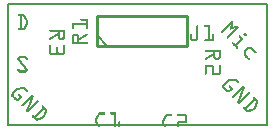
<source format=gto>
G04 MADE WITH FRITZING*
G04 WWW.FRITZING.ORG*
G04 SINGLE SIDED*
G04 HOLES NOT PLATED*
G04 CONTOUR ON CENTER OF CONTOUR VECTOR*
%ASAXBY*%
%FSLAX23Y23*%
%MOIN*%
%OFA0B0*%
%SFA1.0B1.0*%
%ADD10R,0.871823X0.413252X0.855823X0.397252*%
%ADD11C,0.008000*%
%ADD12C,0.010000*%
%ADD13C,0.005000*%
%ADD14R,0.001000X0.001000*%
%LNSILK1*%
G90*
G70*
G54D11*
X4Y409D02*
X868Y409D01*
X868Y4D01*
X4Y4D01*
X4Y409D01*
D02*
G54D12*
X300Y269D02*
X600Y269D01*
D02*
X600Y269D02*
X600Y369D01*
D02*
X600Y369D02*
X300Y369D01*
D02*
X300Y369D02*
X300Y269D01*
G54D13*
D02*
X335Y269D02*
X300Y304D01*
G54D14*
X40Y374D02*
X56Y374D01*
X39Y373D02*
X58Y373D01*
X38Y372D02*
X60Y372D01*
X38Y371D02*
X61Y371D01*
X38Y370D02*
X62Y370D01*
X39Y369D02*
X63Y369D01*
X40Y368D02*
X63Y368D01*
X45Y367D02*
X51Y367D01*
X56Y367D02*
X64Y367D01*
X45Y366D02*
X51Y366D01*
X57Y366D02*
X64Y366D01*
X45Y365D02*
X51Y365D01*
X58Y365D02*
X65Y365D01*
X45Y364D02*
X51Y364D01*
X58Y364D02*
X65Y364D01*
X45Y363D02*
X51Y363D01*
X59Y363D02*
X66Y363D01*
X45Y362D02*
X51Y362D01*
X59Y362D02*
X66Y362D01*
X45Y361D02*
X51Y361D01*
X60Y361D02*
X67Y361D01*
X45Y360D02*
X51Y360D01*
X60Y360D02*
X67Y360D01*
X45Y359D02*
X51Y359D01*
X61Y359D02*
X68Y359D01*
X249Y359D02*
X269Y359D01*
X45Y358D02*
X51Y358D01*
X61Y358D02*
X68Y358D01*
X248Y358D02*
X270Y358D01*
X45Y357D02*
X51Y357D01*
X62Y357D02*
X69Y357D01*
X248Y357D02*
X271Y357D01*
X45Y356D02*
X51Y356D01*
X62Y356D02*
X69Y356D01*
X247Y356D02*
X271Y356D01*
X45Y355D02*
X51Y355D01*
X63Y355D02*
X70Y355D01*
X248Y355D02*
X271Y355D01*
X45Y354D02*
X51Y354D01*
X63Y354D02*
X70Y354D01*
X248Y354D02*
X271Y354D01*
X45Y353D02*
X51Y353D01*
X64Y353D02*
X70Y353D01*
X249Y353D02*
X271Y353D01*
X45Y352D02*
X51Y352D01*
X64Y352D02*
X71Y352D01*
X265Y352D02*
X271Y352D01*
X750Y352D02*
X751Y352D01*
X45Y351D02*
X51Y351D01*
X65Y351D02*
X71Y351D01*
X265Y351D02*
X271Y351D01*
X749Y351D02*
X752Y351D01*
X45Y350D02*
X51Y350D01*
X65Y350D02*
X71Y350D01*
X265Y350D02*
X271Y350D01*
X748Y350D02*
X753Y350D01*
X45Y349D02*
X51Y349D01*
X66Y349D02*
X72Y349D01*
X265Y349D02*
X271Y349D01*
X747Y349D02*
X754Y349D01*
X45Y348D02*
X51Y348D01*
X66Y348D02*
X72Y348D01*
X265Y348D02*
X271Y348D01*
X746Y348D02*
X755Y348D01*
X45Y347D02*
X51Y347D01*
X66Y347D02*
X72Y347D01*
X265Y347D02*
X271Y347D01*
X745Y347D02*
X756Y347D01*
X45Y346D02*
X51Y346D01*
X66Y346D02*
X72Y346D01*
X265Y346D02*
X271Y346D01*
X744Y346D02*
X756Y346D01*
X45Y345D02*
X51Y345D01*
X65Y345D02*
X72Y345D01*
X218Y345D02*
X271Y345D01*
X743Y345D02*
X756Y345D01*
X45Y344D02*
X51Y344D01*
X65Y344D02*
X71Y344D01*
X218Y344D02*
X271Y344D01*
X742Y344D02*
X756Y344D01*
X45Y343D02*
X51Y343D01*
X65Y343D02*
X71Y343D01*
X218Y343D02*
X271Y343D01*
X741Y343D02*
X755Y343D01*
X45Y342D02*
X51Y342D01*
X64Y342D02*
X71Y342D01*
X218Y342D02*
X271Y342D01*
X740Y342D02*
X755Y342D01*
X45Y341D02*
X51Y341D01*
X64Y341D02*
X70Y341D01*
X218Y341D02*
X271Y341D01*
X739Y341D02*
X755Y341D01*
X45Y340D02*
X51Y340D01*
X63Y340D02*
X70Y340D01*
X218Y340D02*
X271Y340D01*
X738Y340D02*
X747Y340D01*
X749Y340D02*
X755Y340D01*
X45Y339D02*
X51Y339D01*
X63Y339D02*
X69Y339D01*
X218Y339D02*
X271Y339D01*
X737Y339D02*
X746Y339D01*
X748Y339D02*
X755Y339D01*
X45Y338D02*
X51Y338D01*
X62Y338D02*
X69Y338D01*
X218Y338D02*
X224Y338D01*
X265Y338D02*
X271Y338D01*
X736Y338D02*
X745Y338D01*
X748Y338D02*
X754Y338D01*
X45Y337D02*
X51Y337D01*
X62Y337D02*
X68Y337D01*
X218Y337D02*
X224Y337D01*
X265Y337D02*
X271Y337D01*
X635Y337D02*
X636Y337D01*
X661Y337D02*
X678Y337D01*
X735Y337D02*
X744Y337D01*
X748Y337D02*
X754Y337D01*
X45Y336D02*
X51Y336D01*
X61Y336D02*
X68Y336D01*
X218Y336D02*
X224Y336D01*
X265Y336D02*
X271Y336D01*
X634Y336D02*
X638Y336D01*
X660Y336D02*
X678Y336D01*
X734Y336D02*
X743Y336D01*
X748Y336D02*
X754Y336D01*
X45Y335D02*
X51Y335D01*
X61Y335D02*
X67Y335D01*
X218Y335D02*
X224Y335D01*
X265Y335D02*
X271Y335D01*
X633Y335D02*
X639Y335D01*
X659Y335D02*
X678Y335D01*
X733Y335D02*
X742Y335D01*
X748Y335D02*
X754Y335D01*
X45Y334D02*
X51Y334D01*
X60Y334D02*
X67Y334D01*
X218Y334D02*
X224Y334D01*
X265Y334D02*
X271Y334D01*
X633Y334D02*
X639Y334D01*
X659Y334D02*
X678Y334D01*
X732Y334D02*
X741Y334D01*
X748Y334D02*
X754Y334D01*
X764Y334D02*
X769Y334D01*
X45Y333D02*
X51Y333D01*
X60Y333D02*
X67Y333D01*
X218Y333D02*
X224Y333D01*
X265Y333D02*
X271Y333D01*
X633Y333D02*
X639Y333D01*
X659Y333D02*
X678Y333D01*
X731Y333D02*
X740Y333D01*
X747Y333D02*
X754Y333D01*
X758Y333D02*
X770Y333D01*
X45Y332D02*
X51Y332D01*
X59Y332D02*
X66Y332D01*
X218Y332D02*
X224Y332D01*
X265Y332D02*
X271Y332D01*
X633Y332D02*
X639Y332D01*
X659Y332D02*
X678Y332D01*
X730Y332D02*
X739Y332D01*
X747Y332D02*
X771Y332D01*
X45Y331D02*
X51Y331D01*
X59Y331D02*
X66Y331D01*
X218Y331D02*
X224Y331D01*
X265Y331D02*
X271Y331D01*
X633Y331D02*
X639Y331D01*
X660Y331D02*
X678Y331D01*
X729Y331D02*
X738Y331D01*
X747Y331D02*
X772Y331D01*
X45Y330D02*
X51Y330D01*
X58Y330D02*
X65Y330D01*
X218Y330D02*
X224Y330D01*
X265Y330D02*
X271Y330D01*
X633Y330D02*
X639Y330D01*
X672Y330D02*
X678Y330D01*
X728Y330D02*
X737Y330D01*
X747Y330D02*
X773Y330D01*
X45Y329D02*
X51Y329D01*
X58Y329D02*
X65Y329D01*
X218Y329D02*
X224Y329D01*
X265Y329D02*
X271Y329D01*
X633Y329D02*
X639Y329D01*
X672Y329D02*
X678Y329D01*
X727Y329D02*
X736Y329D01*
X746Y329D02*
X774Y329D01*
X45Y328D02*
X51Y328D01*
X57Y328D02*
X64Y328D01*
X218Y328D02*
X224Y328D01*
X265Y328D02*
X271Y328D01*
X633Y328D02*
X639Y328D01*
X672Y328D02*
X678Y328D01*
X726Y328D02*
X735Y328D01*
X745Y328D02*
X774Y328D01*
X41Y327D02*
X64Y327D01*
X218Y327D02*
X224Y327D01*
X265Y327D02*
X271Y327D01*
X633Y327D02*
X639Y327D01*
X672Y327D02*
X678Y327D01*
X725Y327D02*
X734Y327D01*
X745Y327D02*
X773Y327D01*
X39Y326D02*
X63Y326D01*
X219Y326D02*
X223Y326D01*
X266Y326D02*
X270Y326D01*
X633Y326D02*
X639Y326D01*
X672Y326D02*
X678Y326D01*
X724Y326D02*
X733Y326D01*
X745Y326D02*
X758Y326D01*
X763Y326D02*
X772Y326D01*
X38Y325D02*
X62Y325D01*
X633Y325D02*
X639Y325D01*
X672Y325D02*
X678Y325D01*
X723Y325D02*
X732Y325D01*
X745Y325D02*
X752Y325D01*
X762Y325D02*
X771Y325D01*
X38Y324D02*
X62Y324D01*
X633Y324D02*
X639Y324D01*
X672Y324D02*
X678Y324D01*
X722Y324D02*
X731Y324D01*
X745Y324D02*
X750Y324D01*
X761Y324D02*
X770Y324D01*
X38Y323D02*
X61Y323D01*
X633Y323D02*
X639Y323D01*
X672Y323D02*
X678Y323D01*
X721Y323D02*
X730Y323D01*
X746Y323D02*
X749Y323D01*
X760Y323D02*
X769Y323D01*
X39Y322D02*
X60Y322D01*
X143Y322D02*
X195Y322D01*
X633Y322D02*
X639Y322D01*
X672Y322D02*
X678Y322D01*
X720Y322D02*
X729Y322D01*
X759Y322D02*
X768Y322D01*
X39Y321D02*
X58Y321D01*
X142Y321D02*
X195Y321D01*
X633Y321D02*
X639Y321D01*
X672Y321D02*
X678Y321D01*
X719Y321D02*
X728Y321D01*
X758Y321D02*
X767Y321D01*
X142Y320D02*
X195Y320D01*
X633Y320D02*
X639Y320D01*
X672Y320D02*
X678Y320D01*
X718Y320D02*
X727Y320D01*
X757Y320D02*
X766Y320D01*
X142Y319D02*
X195Y319D01*
X633Y319D02*
X639Y319D01*
X672Y319D02*
X678Y319D01*
X717Y319D02*
X726Y319D01*
X756Y319D02*
X765Y319D01*
X142Y318D02*
X195Y318D01*
X633Y318D02*
X639Y318D01*
X672Y318D02*
X678Y318D01*
X716Y318D02*
X725Y318D01*
X755Y318D02*
X764Y318D01*
X143Y317D02*
X195Y317D01*
X633Y317D02*
X639Y317D01*
X672Y317D02*
X678Y317D01*
X715Y317D02*
X724Y317D01*
X754Y317D02*
X763Y317D01*
X144Y316D02*
X195Y316D01*
X633Y316D02*
X639Y316D01*
X672Y316D02*
X678Y316D01*
X714Y316D02*
X723Y316D01*
X753Y316D02*
X762Y316D01*
X171Y315D02*
X177Y315D01*
X189Y315D02*
X195Y315D01*
X633Y315D02*
X639Y315D01*
X672Y315D02*
X678Y315D01*
X714Y315D02*
X722Y315D01*
X752Y315D02*
X761Y315D01*
X171Y314D02*
X177Y314D01*
X189Y314D02*
X195Y314D01*
X633Y314D02*
X639Y314D01*
X672Y314D02*
X678Y314D01*
X714Y314D02*
X721Y314D01*
X751Y314D02*
X760Y314D01*
X171Y313D02*
X177Y313D01*
X189Y313D02*
X195Y313D01*
X633Y313D02*
X639Y313D01*
X672Y313D02*
X678Y313D01*
X715Y313D02*
X720Y313D01*
X750Y313D02*
X759Y313D01*
X171Y312D02*
X177Y312D01*
X189Y312D02*
X195Y312D01*
X633Y312D02*
X639Y312D01*
X672Y312D02*
X678Y312D01*
X716Y312D02*
X718Y312D01*
X749Y312D02*
X758Y312D01*
X171Y311D02*
X177Y311D01*
X189Y311D02*
X195Y311D01*
X633Y311D02*
X639Y311D01*
X672Y311D02*
X678Y311D01*
X748Y311D02*
X757Y311D01*
X795Y311D02*
X795Y311D01*
X170Y310D02*
X177Y310D01*
X189Y310D02*
X195Y310D01*
X633Y310D02*
X639Y310D01*
X672Y310D02*
X678Y310D01*
X747Y310D02*
X756Y310D01*
X793Y310D02*
X797Y310D01*
X168Y309D02*
X177Y309D01*
X189Y309D02*
X195Y309D01*
X225Y309D02*
X234Y309D01*
X267Y309D02*
X269Y309D01*
X633Y309D02*
X639Y309D01*
X672Y309D02*
X678Y309D01*
X746Y309D02*
X755Y309D01*
X792Y309D02*
X798Y309D01*
X166Y308D02*
X177Y308D01*
X189Y308D02*
X195Y308D01*
X223Y308D02*
X237Y308D01*
X265Y308D02*
X270Y308D01*
X633Y308D02*
X639Y308D01*
X672Y308D02*
X678Y308D01*
X745Y308D02*
X754Y308D01*
X791Y308D02*
X799Y308D01*
X164Y307D02*
X177Y307D01*
X189Y307D02*
X195Y307D01*
X222Y307D02*
X238Y307D01*
X263Y307D02*
X271Y307D01*
X613Y307D02*
X617Y307D01*
X633Y307D02*
X639Y307D01*
X672Y307D02*
X678Y307D01*
X688Y307D02*
X691Y307D01*
X744Y307D02*
X753Y307D01*
X790Y307D02*
X800Y307D01*
X163Y306D02*
X177Y306D01*
X189Y306D02*
X195Y306D01*
X221Y306D02*
X239Y306D01*
X262Y306D02*
X271Y306D01*
X613Y306D02*
X618Y306D01*
X633Y306D02*
X639Y306D01*
X672Y306D02*
X678Y306D01*
X687Y306D02*
X692Y306D01*
X743Y306D02*
X752Y306D01*
X790Y306D02*
X800Y306D01*
X161Y305D02*
X177Y305D01*
X189Y305D02*
X195Y305D01*
X220Y305D02*
X240Y305D01*
X260Y305D02*
X271Y305D01*
X612Y305D02*
X618Y305D01*
X633Y305D02*
X639Y305D01*
X672Y305D02*
X678Y305D01*
X686Y305D02*
X692Y305D01*
X742Y305D02*
X751Y305D01*
X790Y305D02*
X800Y305D01*
X159Y304D02*
X177Y304D01*
X189Y304D02*
X195Y304D01*
X219Y304D02*
X240Y304D01*
X258Y304D02*
X270Y304D01*
X612Y304D02*
X618Y304D01*
X633Y304D02*
X639Y304D01*
X672Y304D02*
X678Y304D01*
X686Y304D02*
X692Y304D01*
X741Y304D02*
X750Y304D01*
X790Y304D02*
X800Y304D01*
X158Y303D02*
X177Y303D01*
X189Y303D02*
X195Y303D01*
X219Y303D02*
X241Y303D01*
X256Y303D02*
X269Y303D01*
X612Y303D02*
X618Y303D01*
X633Y303D02*
X639Y303D01*
X672Y303D02*
X678Y303D01*
X686Y303D02*
X692Y303D01*
X740Y303D02*
X749Y303D01*
X776Y303D02*
X779Y303D01*
X791Y303D02*
X800Y303D01*
X156Y302D02*
X169Y302D01*
X171Y302D02*
X177Y302D01*
X189Y302D02*
X195Y302D01*
X218Y302D02*
X226Y302D01*
X234Y302D02*
X241Y302D01*
X255Y302D02*
X268Y302D01*
X612Y302D02*
X618Y302D01*
X633Y302D02*
X639Y302D01*
X672Y302D02*
X678Y302D01*
X686Y302D02*
X692Y302D01*
X739Y302D02*
X748Y302D01*
X775Y302D02*
X780Y302D01*
X792Y302D02*
X799Y302D01*
X154Y301D02*
X167Y301D01*
X171Y301D02*
X177Y301D01*
X189Y301D02*
X195Y301D01*
X218Y301D02*
X225Y301D01*
X235Y301D02*
X241Y301D01*
X253Y301D02*
X266Y301D01*
X612Y301D02*
X618Y301D01*
X633Y301D02*
X639Y301D01*
X672Y301D02*
X678Y301D01*
X686Y301D02*
X692Y301D01*
X738Y301D02*
X747Y301D01*
X775Y301D02*
X781Y301D01*
X793Y301D02*
X798Y301D01*
X152Y300D02*
X165Y300D01*
X171Y300D02*
X177Y300D01*
X189Y300D02*
X195Y300D01*
X218Y300D02*
X224Y300D01*
X235Y300D02*
X242Y300D01*
X251Y300D02*
X264Y300D01*
X612Y300D02*
X618Y300D01*
X633Y300D02*
X639Y300D01*
X672Y300D02*
X678Y300D01*
X686Y300D02*
X692Y300D01*
X737Y300D02*
X746Y300D01*
X775Y300D02*
X782Y300D01*
X794Y300D02*
X796Y300D01*
X151Y299D02*
X164Y299D01*
X171Y299D02*
X177Y299D01*
X189Y299D02*
X195Y299D01*
X218Y299D02*
X224Y299D01*
X236Y299D02*
X242Y299D01*
X250Y299D02*
X263Y299D01*
X612Y299D02*
X618Y299D01*
X633Y299D02*
X639Y299D01*
X672Y299D02*
X678Y299D01*
X686Y299D02*
X692Y299D01*
X736Y299D02*
X745Y299D01*
X775Y299D02*
X783Y299D01*
X149Y298D02*
X162Y298D01*
X171Y298D02*
X177Y298D01*
X189Y298D02*
X195Y298D01*
X218Y298D02*
X224Y298D01*
X236Y298D02*
X242Y298D01*
X248Y298D02*
X261Y298D01*
X612Y298D02*
X618Y298D01*
X633Y298D02*
X639Y298D01*
X672Y298D02*
X678Y298D01*
X686Y298D02*
X692Y298D01*
X735Y298D02*
X744Y298D01*
X775Y298D02*
X784Y298D01*
X147Y297D02*
X160Y297D01*
X171Y297D02*
X178Y297D01*
X188Y297D02*
X195Y297D01*
X218Y297D02*
X224Y297D01*
X236Y297D02*
X242Y297D01*
X246Y297D02*
X259Y297D01*
X612Y297D02*
X618Y297D01*
X633Y297D02*
X639Y297D01*
X672Y297D02*
X678Y297D01*
X686Y297D02*
X692Y297D01*
X734Y297D02*
X743Y297D01*
X776Y297D02*
X785Y297D01*
X146Y296D02*
X159Y296D01*
X172Y296D02*
X179Y296D01*
X187Y296D02*
X194Y296D01*
X218Y296D02*
X224Y296D01*
X236Y296D02*
X242Y296D01*
X244Y296D02*
X257Y296D01*
X612Y296D02*
X618Y296D01*
X633Y296D02*
X639Y296D01*
X672Y296D02*
X678Y296D01*
X686Y296D02*
X692Y296D01*
X734Y296D02*
X742Y296D01*
X777Y296D02*
X786Y296D01*
X144Y295D02*
X157Y295D01*
X172Y295D02*
X194Y295D01*
X218Y295D02*
X224Y295D01*
X236Y295D02*
X256Y295D01*
X612Y295D02*
X618Y295D01*
X633Y295D02*
X639Y295D01*
X672Y295D02*
X678Y295D01*
X686Y295D02*
X692Y295D01*
X734Y295D02*
X741Y295D01*
X778Y295D02*
X787Y295D01*
X143Y294D02*
X155Y294D01*
X172Y294D02*
X194Y294D01*
X218Y294D02*
X224Y294D01*
X236Y294D02*
X254Y294D01*
X612Y294D02*
X618Y294D01*
X633Y294D02*
X639Y294D01*
X672Y294D02*
X678Y294D01*
X686Y294D02*
X692Y294D01*
X734Y294D02*
X740Y294D01*
X779Y294D02*
X788Y294D01*
X142Y293D02*
X153Y293D01*
X173Y293D02*
X193Y293D01*
X218Y293D02*
X224Y293D01*
X236Y293D02*
X252Y293D01*
X612Y293D02*
X618Y293D01*
X633Y293D02*
X639Y293D01*
X672Y293D02*
X678Y293D01*
X686Y293D02*
X692Y293D01*
X734Y293D02*
X739Y293D01*
X780Y293D02*
X788Y293D01*
X142Y292D02*
X152Y292D01*
X174Y292D02*
X192Y292D01*
X218Y292D02*
X224Y292D01*
X236Y292D02*
X251Y292D01*
X612Y292D02*
X619Y292D01*
X632Y292D02*
X639Y292D01*
X672Y292D02*
X678Y292D01*
X686Y292D02*
X692Y292D01*
X736Y292D02*
X737Y292D01*
X780Y292D02*
X788Y292D01*
X142Y291D02*
X150Y291D01*
X175Y291D02*
X191Y291D01*
X218Y291D02*
X224Y291D01*
X236Y291D02*
X249Y291D01*
X612Y291D02*
X619Y291D01*
X631Y291D02*
X638Y291D01*
X672Y291D02*
X678Y291D01*
X686Y291D02*
X692Y291D01*
X779Y291D02*
X787Y291D01*
X142Y290D02*
X148Y290D01*
X176Y290D02*
X190Y290D01*
X218Y290D02*
X224Y290D01*
X236Y290D02*
X247Y290D01*
X613Y290D02*
X638Y290D01*
X662Y290D02*
X692Y290D01*
X778Y290D02*
X787Y290D01*
X143Y289D02*
X147Y289D01*
X178Y289D02*
X188Y289D01*
X218Y289D02*
X224Y289D01*
X236Y289D02*
X245Y289D01*
X613Y289D02*
X638Y289D01*
X660Y289D02*
X692Y289D01*
X777Y289D02*
X786Y289D01*
X218Y288D02*
X224Y288D01*
X236Y288D02*
X244Y288D01*
X614Y288D02*
X637Y288D01*
X659Y288D02*
X692Y288D01*
X776Y288D02*
X785Y288D01*
X218Y287D02*
X224Y287D01*
X236Y287D02*
X242Y287D01*
X615Y287D02*
X636Y287D01*
X659Y287D02*
X692Y287D01*
X775Y287D02*
X784Y287D01*
X218Y286D02*
X224Y286D01*
X236Y286D02*
X242Y286D01*
X615Y286D02*
X635Y286D01*
X659Y286D02*
X692Y286D01*
X774Y286D02*
X783Y286D01*
X218Y285D02*
X224Y285D01*
X236Y285D02*
X242Y285D01*
X617Y285D02*
X634Y285D01*
X659Y285D02*
X692Y285D01*
X773Y285D02*
X782Y285D01*
X218Y284D02*
X224Y284D01*
X236Y284D02*
X242Y284D01*
X618Y284D02*
X632Y284D01*
X660Y284D02*
X691Y284D01*
X772Y284D02*
X781Y284D01*
X218Y283D02*
X224Y283D01*
X236Y283D02*
X242Y283D01*
X771Y283D02*
X780Y283D01*
X218Y282D02*
X268Y282D01*
X770Y282D02*
X779Y282D01*
X218Y281D02*
X270Y281D01*
X769Y281D02*
X778Y281D01*
X218Y280D02*
X271Y280D01*
X753Y280D02*
X756Y280D01*
X768Y280D02*
X777Y280D01*
X218Y279D02*
X271Y279D01*
X752Y279D02*
X757Y279D01*
X767Y279D02*
X776Y279D01*
X218Y278D02*
X271Y278D01*
X752Y278D02*
X758Y278D01*
X766Y278D02*
X775Y278D01*
X218Y277D02*
X271Y277D01*
X752Y277D02*
X759Y277D01*
X765Y277D02*
X774Y277D01*
X218Y276D02*
X270Y276D01*
X752Y276D02*
X760Y276D01*
X764Y276D02*
X773Y276D01*
X753Y275D02*
X761Y275D01*
X763Y275D02*
X772Y275D01*
X753Y274D02*
X771Y274D01*
X754Y273D02*
X770Y273D01*
X143Y272D02*
X146Y272D01*
X190Y272D02*
X193Y272D01*
X755Y272D02*
X769Y272D01*
X142Y271D02*
X147Y271D01*
X189Y271D02*
X194Y271D01*
X756Y271D02*
X768Y271D01*
X142Y270D02*
X148Y270D01*
X189Y270D02*
X195Y270D01*
X757Y270D02*
X767Y270D01*
X142Y269D02*
X148Y269D01*
X189Y269D02*
X195Y269D01*
X758Y269D02*
X767Y269D01*
X142Y268D02*
X148Y268D01*
X189Y268D02*
X195Y268D01*
X759Y268D02*
X768Y268D01*
X142Y267D02*
X148Y267D01*
X189Y267D02*
X195Y267D01*
X760Y267D02*
X769Y267D01*
X142Y266D02*
X148Y266D01*
X189Y266D02*
X195Y266D01*
X761Y266D02*
X770Y266D01*
X142Y265D02*
X148Y265D01*
X167Y265D02*
X170Y265D01*
X189Y265D02*
X195Y265D01*
X762Y265D02*
X771Y265D01*
X142Y264D02*
X148Y264D01*
X166Y264D02*
X171Y264D01*
X189Y264D02*
X195Y264D01*
X763Y264D02*
X772Y264D01*
X806Y264D02*
X810Y264D01*
X142Y263D02*
X148Y263D01*
X165Y263D02*
X171Y263D01*
X189Y263D02*
X195Y263D01*
X764Y263D02*
X772Y263D01*
X803Y263D02*
X817Y263D01*
X142Y262D02*
X148Y262D01*
X165Y262D02*
X171Y262D01*
X189Y262D02*
X195Y262D01*
X765Y262D02*
X772Y262D01*
X801Y262D02*
X820Y262D01*
X142Y261D02*
X148Y261D01*
X165Y261D02*
X171Y261D01*
X189Y261D02*
X195Y261D01*
X766Y261D02*
X772Y261D01*
X800Y261D02*
X821Y261D01*
X142Y260D02*
X148Y260D01*
X165Y260D02*
X171Y260D01*
X189Y260D02*
X195Y260D01*
X767Y260D02*
X771Y260D01*
X799Y260D02*
X822Y260D01*
X142Y259D02*
X148Y259D01*
X165Y259D02*
X171Y259D01*
X189Y259D02*
X195Y259D01*
X798Y259D02*
X823Y259D01*
X142Y258D02*
X148Y258D01*
X165Y258D02*
X171Y258D01*
X189Y258D02*
X195Y258D01*
X797Y258D02*
X824Y258D01*
X142Y257D02*
X148Y257D01*
X165Y257D02*
X171Y257D01*
X189Y257D02*
X195Y257D01*
X796Y257D02*
X806Y257D01*
X809Y257D02*
X825Y257D01*
X142Y256D02*
X148Y256D01*
X165Y256D02*
X171Y256D01*
X189Y256D02*
X195Y256D01*
X795Y256D02*
X804Y256D01*
X817Y256D02*
X826Y256D01*
X142Y255D02*
X148Y255D01*
X165Y255D02*
X171Y255D01*
X189Y255D02*
X195Y255D01*
X662Y255D02*
X714Y255D01*
X794Y255D02*
X803Y255D01*
X818Y255D02*
X827Y255D01*
X142Y254D02*
X148Y254D01*
X165Y254D02*
X171Y254D01*
X189Y254D02*
X195Y254D01*
X661Y254D02*
X714Y254D01*
X793Y254D02*
X802Y254D01*
X819Y254D02*
X828Y254D01*
X142Y253D02*
X148Y253D01*
X165Y253D02*
X171Y253D01*
X189Y253D02*
X195Y253D01*
X661Y253D02*
X714Y253D01*
X793Y253D02*
X801Y253D01*
X820Y253D02*
X829Y253D01*
X142Y252D02*
X148Y252D01*
X165Y252D02*
X171Y252D01*
X189Y252D02*
X195Y252D01*
X661Y252D02*
X714Y252D01*
X792Y252D02*
X800Y252D01*
X821Y252D02*
X830Y252D01*
X142Y251D02*
X148Y251D01*
X165Y251D02*
X171Y251D01*
X189Y251D02*
X195Y251D01*
X661Y251D02*
X714Y251D01*
X792Y251D02*
X799Y251D01*
X822Y251D02*
X831Y251D01*
X142Y250D02*
X148Y250D01*
X165Y250D02*
X171Y250D01*
X189Y250D02*
X195Y250D01*
X662Y250D02*
X714Y250D01*
X791Y250D02*
X798Y250D01*
X823Y250D02*
X832Y250D01*
X142Y249D02*
X148Y249D01*
X165Y249D02*
X171Y249D01*
X189Y249D02*
X195Y249D01*
X663Y249D02*
X714Y249D01*
X791Y249D02*
X797Y249D01*
X824Y249D02*
X833Y249D01*
X142Y248D02*
X148Y248D01*
X165Y248D02*
X171Y248D01*
X189Y248D02*
X195Y248D01*
X690Y248D02*
X696Y248D01*
X708Y248D02*
X714Y248D01*
X791Y248D02*
X797Y248D01*
X825Y248D02*
X833Y248D01*
X142Y247D02*
X148Y247D01*
X165Y247D02*
X172Y247D01*
X189Y247D02*
X195Y247D01*
X690Y247D02*
X696Y247D01*
X708Y247D02*
X714Y247D01*
X791Y247D02*
X797Y247D01*
X826Y247D02*
X833Y247D01*
X142Y246D02*
X148Y246D01*
X164Y246D02*
X173Y246D01*
X189Y246D02*
X195Y246D01*
X690Y246D02*
X696Y246D01*
X708Y246D02*
X714Y246D01*
X791Y246D02*
X797Y246D01*
X827Y246D02*
X833Y246D01*
X142Y245D02*
X195Y245D01*
X690Y245D02*
X696Y245D01*
X708Y245D02*
X714Y245D01*
X791Y245D02*
X797Y245D01*
X828Y245D02*
X832Y245D01*
X142Y244D02*
X195Y244D01*
X690Y244D02*
X696Y244D01*
X708Y244D02*
X714Y244D01*
X791Y244D02*
X797Y244D01*
X142Y243D02*
X194Y243D01*
X688Y243D02*
X696Y243D01*
X708Y243D02*
X714Y243D01*
X791Y243D02*
X797Y243D01*
X143Y242D02*
X194Y242D01*
X687Y242D02*
X696Y242D01*
X708Y242D02*
X714Y242D01*
X792Y242D02*
X798Y242D01*
X143Y241D02*
X193Y241D01*
X685Y241D02*
X696Y241D01*
X708Y241D02*
X714Y241D01*
X792Y241D02*
X798Y241D01*
X144Y240D02*
X167Y240D01*
X170Y240D02*
X192Y240D01*
X683Y240D02*
X696Y240D01*
X708Y240D02*
X714Y240D01*
X792Y240D02*
X798Y240D01*
X146Y239D02*
X165Y239D01*
X172Y239D02*
X191Y239D01*
X682Y239D02*
X696Y239D01*
X708Y239D02*
X714Y239D01*
X792Y239D02*
X798Y239D01*
X680Y238D02*
X696Y238D01*
X708Y238D02*
X714Y238D01*
X792Y238D02*
X798Y238D01*
X678Y237D02*
X696Y237D01*
X708Y237D02*
X714Y237D01*
X792Y237D02*
X799Y237D01*
X676Y236D02*
X696Y236D01*
X708Y236D02*
X714Y236D01*
X792Y236D02*
X800Y236D01*
X675Y235D02*
X688Y235D01*
X690Y235D02*
X696Y235D01*
X708Y235D02*
X714Y235D01*
X793Y235D02*
X801Y235D01*
X673Y234D02*
X686Y234D01*
X690Y234D02*
X696Y234D01*
X708Y234D02*
X714Y234D01*
X794Y234D02*
X802Y234D01*
X43Y233D02*
X63Y233D01*
X671Y233D02*
X684Y233D01*
X690Y233D02*
X696Y233D01*
X708Y233D02*
X714Y233D01*
X794Y233D02*
X803Y233D01*
X41Y232D02*
X66Y232D01*
X670Y232D02*
X683Y232D01*
X690Y232D02*
X696Y232D01*
X708Y232D02*
X714Y232D01*
X795Y232D02*
X804Y232D01*
X39Y231D02*
X67Y231D01*
X668Y231D02*
X681Y231D01*
X690Y231D02*
X696Y231D01*
X708Y231D02*
X714Y231D01*
X796Y231D02*
X805Y231D01*
X38Y230D02*
X68Y230D01*
X666Y230D02*
X679Y230D01*
X690Y230D02*
X697Y230D01*
X707Y230D02*
X714Y230D01*
X797Y230D02*
X806Y230D01*
X38Y229D02*
X69Y229D01*
X664Y229D02*
X677Y229D01*
X691Y229D02*
X698Y229D01*
X706Y229D02*
X713Y229D01*
X798Y229D02*
X807Y229D01*
X37Y228D02*
X70Y228D01*
X663Y228D02*
X676Y228D01*
X691Y228D02*
X713Y228D01*
X799Y228D02*
X808Y228D01*
X37Y227D02*
X70Y227D01*
X662Y227D02*
X674Y227D01*
X691Y227D02*
X713Y227D01*
X800Y227D02*
X809Y227D01*
X37Y226D02*
X43Y226D01*
X63Y226D02*
X70Y226D01*
X661Y226D02*
X672Y226D01*
X692Y226D02*
X712Y226D01*
X801Y226D02*
X810Y226D01*
X37Y225D02*
X43Y225D01*
X64Y225D02*
X70Y225D01*
X661Y225D02*
X671Y225D01*
X693Y225D02*
X711Y225D01*
X802Y225D02*
X810Y225D01*
X37Y224D02*
X44Y224D01*
X65Y224D02*
X71Y224D01*
X661Y224D02*
X669Y224D01*
X694Y224D02*
X710Y224D01*
X803Y224D02*
X810Y224D01*
X37Y223D02*
X45Y223D01*
X65Y223D02*
X70Y223D01*
X661Y223D02*
X667Y223D01*
X695Y223D02*
X709Y223D01*
X804Y223D02*
X810Y223D01*
X38Y222D02*
X45Y222D01*
X65Y222D02*
X70Y222D01*
X662Y222D02*
X665Y222D01*
X697Y222D02*
X707Y222D01*
X805Y222D02*
X809Y222D01*
X38Y221D02*
X46Y221D01*
X66Y221D02*
X69Y221D01*
X39Y220D02*
X47Y220D01*
X40Y219D02*
X48Y219D01*
X41Y218D02*
X49Y218D01*
X41Y217D02*
X49Y217D01*
X42Y216D02*
X50Y216D01*
X43Y215D02*
X51Y215D01*
X44Y214D02*
X52Y214D01*
X44Y213D02*
X52Y213D01*
X45Y212D02*
X53Y212D01*
X46Y211D02*
X54Y211D01*
X47Y210D02*
X55Y210D01*
X48Y209D02*
X56Y209D01*
X48Y208D02*
X56Y208D01*
X49Y207D02*
X57Y207D01*
X50Y206D02*
X58Y206D01*
X51Y205D02*
X59Y205D01*
X661Y205D02*
X687Y205D01*
X709Y205D02*
X713Y205D01*
X51Y204D02*
X59Y204D01*
X661Y204D02*
X688Y204D01*
X708Y204D02*
X713Y204D01*
X52Y203D02*
X60Y203D01*
X661Y203D02*
X689Y203D01*
X708Y203D02*
X714Y203D01*
X53Y202D02*
X61Y202D01*
X661Y202D02*
X690Y202D01*
X708Y202D02*
X714Y202D01*
X54Y201D02*
X62Y201D01*
X661Y201D02*
X690Y201D01*
X708Y201D02*
X714Y201D01*
X54Y200D02*
X63Y200D01*
X661Y200D02*
X690Y200D01*
X708Y200D02*
X714Y200D01*
X55Y199D02*
X63Y199D01*
X661Y199D02*
X690Y199D01*
X708Y199D02*
X714Y199D01*
X56Y198D02*
X64Y198D01*
X661Y198D02*
X667Y198D01*
X684Y198D02*
X690Y198D01*
X708Y198D02*
X714Y198D01*
X57Y197D02*
X65Y197D01*
X661Y197D02*
X667Y197D01*
X684Y197D02*
X690Y197D01*
X708Y197D02*
X714Y197D01*
X58Y196D02*
X66Y196D01*
X661Y196D02*
X667Y196D01*
X684Y196D02*
X690Y196D01*
X708Y196D02*
X714Y196D01*
X58Y195D02*
X66Y195D01*
X661Y195D02*
X667Y195D01*
X684Y195D02*
X690Y195D01*
X708Y195D02*
X714Y195D01*
X59Y194D02*
X67Y194D01*
X661Y194D02*
X667Y194D01*
X684Y194D02*
X690Y194D01*
X708Y194D02*
X714Y194D01*
X60Y193D02*
X68Y193D01*
X661Y193D02*
X667Y193D01*
X684Y193D02*
X690Y193D01*
X708Y193D02*
X714Y193D01*
X40Y192D02*
X40Y192D01*
X61Y192D02*
X69Y192D01*
X661Y192D02*
X667Y192D01*
X684Y192D02*
X690Y192D01*
X708Y192D02*
X714Y192D01*
X38Y191D02*
X42Y191D01*
X61Y191D02*
X69Y191D01*
X661Y191D02*
X667Y191D01*
X684Y191D02*
X690Y191D01*
X708Y191D02*
X714Y191D01*
X37Y190D02*
X43Y190D01*
X62Y190D02*
X70Y190D01*
X661Y190D02*
X667Y190D01*
X684Y190D02*
X690Y190D01*
X708Y190D02*
X714Y190D01*
X37Y189D02*
X43Y189D01*
X63Y189D02*
X70Y189D01*
X661Y189D02*
X667Y189D01*
X684Y189D02*
X690Y189D01*
X708Y189D02*
X714Y189D01*
X37Y188D02*
X43Y188D01*
X64Y188D02*
X70Y188D01*
X661Y188D02*
X667Y188D01*
X684Y188D02*
X690Y188D01*
X708Y188D02*
X714Y188D01*
X37Y187D02*
X44Y187D01*
X64Y187D02*
X71Y187D01*
X661Y187D02*
X667Y187D01*
X684Y187D02*
X690Y187D01*
X708Y187D02*
X714Y187D01*
X37Y186D02*
X70Y186D01*
X661Y186D02*
X667Y186D01*
X684Y186D02*
X690Y186D01*
X708Y186D02*
X714Y186D01*
X38Y185D02*
X70Y185D01*
X661Y185D02*
X667Y185D01*
X684Y185D02*
X690Y185D01*
X708Y185D02*
X714Y185D01*
X38Y184D02*
X70Y184D01*
X661Y184D02*
X667Y184D01*
X684Y184D02*
X690Y184D01*
X708Y184D02*
X714Y184D01*
X39Y183D02*
X69Y183D01*
X661Y183D02*
X667Y183D01*
X684Y183D02*
X690Y183D01*
X708Y183D02*
X714Y183D01*
X40Y182D02*
X69Y182D01*
X661Y182D02*
X667Y182D01*
X684Y182D02*
X690Y182D01*
X708Y182D02*
X714Y182D01*
X41Y181D02*
X68Y181D01*
X661Y181D02*
X667Y181D01*
X684Y181D02*
X690Y181D01*
X708Y181D02*
X714Y181D01*
X43Y180D02*
X66Y180D01*
X661Y180D02*
X667Y180D01*
X684Y180D02*
X690Y180D01*
X708Y180D02*
X714Y180D01*
X661Y179D02*
X667Y179D01*
X684Y179D02*
X690Y179D01*
X708Y179D02*
X714Y179D01*
X661Y178D02*
X667Y178D01*
X684Y178D02*
X714Y178D01*
X661Y177D02*
X667Y177D01*
X684Y177D02*
X714Y177D01*
X661Y176D02*
X667Y176D01*
X685Y176D02*
X713Y176D01*
X661Y175D02*
X667Y175D01*
X685Y175D02*
X713Y175D01*
X661Y174D02*
X667Y174D01*
X686Y174D02*
X712Y174D01*
X661Y173D02*
X666Y173D01*
X687Y173D02*
X711Y173D01*
X662Y172D02*
X665Y172D01*
X688Y172D02*
X710Y172D01*
X754Y159D02*
X764Y159D01*
X746Y158D02*
X766Y158D01*
X741Y157D02*
X767Y157D01*
X739Y156D02*
X768Y156D01*
X737Y155D02*
X769Y155D01*
X736Y154D02*
X770Y154D01*
X735Y153D02*
X771Y153D01*
X734Y152D02*
X753Y152D01*
X763Y152D02*
X772Y152D01*
X733Y151D02*
X745Y151D01*
X764Y151D02*
X773Y151D01*
X732Y150D02*
X742Y150D01*
X765Y150D02*
X774Y150D01*
X731Y149D02*
X740Y149D01*
X766Y149D02*
X775Y149D01*
X730Y148D02*
X739Y148D01*
X767Y148D02*
X775Y148D01*
X729Y147D02*
X738Y147D01*
X768Y147D02*
X776Y147D01*
X728Y146D02*
X737Y146D01*
X769Y146D02*
X775Y146D01*
X727Y145D02*
X736Y145D01*
X770Y145D02*
X775Y145D01*
X726Y144D02*
X735Y144D01*
X771Y144D02*
X774Y144D01*
X725Y143D02*
X734Y143D01*
X724Y142D02*
X733Y142D01*
X723Y141D02*
X732Y141D01*
X722Y140D02*
X731Y140D01*
X722Y139D02*
X730Y139D01*
X721Y138D02*
X729Y138D01*
X720Y137D02*
X728Y137D01*
X720Y136D02*
X727Y136D01*
X743Y136D02*
X746Y136D01*
X720Y135D02*
X726Y135D01*
X742Y135D02*
X747Y135D01*
X788Y135D02*
X789Y135D01*
X720Y134D02*
X726Y134D01*
X742Y134D02*
X748Y134D01*
X787Y134D02*
X790Y134D01*
X720Y133D02*
X726Y133D01*
X742Y133D02*
X749Y133D01*
X786Y133D02*
X791Y133D01*
X720Y132D02*
X726Y132D01*
X742Y132D02*
X750Y132D01*
X785Y132D02*
X792Y132D01*
X54Y131D02*
X59Y131D01*
X720Y131D02*
X726Y131D01*
X742Y131D02*
X751Y131D01*
X784Y131D02*
X793Y131D01*
X46Y130D02*
X62Y130D01*
X720Y130D02*
X727Y130D01*
X743Y130D02*
X752Y130D01*
X783Y130D02*
X794Y130D01*
X39Y129D02*
X63Y129D01*
X721Y129D02*
X728Y129D01*
X744Y129D02*
X753Y129D01*
X782Y129D02*
X794Y129D01*
X36Y128D02*
X64Y128D01*
X721Y128D02*
X729Y128D01*
X745Y128D02*
X754Y128D01*
X781Y128D02*
X794Y128D01*
X35Y127D02*
X65Y127D01*
X722Y127D02*
X730Y127D01*
X746Y127D02*
X755Y127D01*
X780Y127D02*
X794Y127D01*
X33Y126D02*
X66Y126D01*
X722Y126D02*
X731Y126D01*
X747Y126D02*
X756Y126D01*
X779Y126D02*
X793Y126D01*
X32Y125D02*
X67Y125D01*
X723Y125D02*
X732Y125D01*
X746Y125D02*
X755Y125D01*
X778Y125D02*
X793Y125D01*
X31Y124D02*
X54Y124D01*
X59Y124D02*
X68Y124D01*
X724Y124D02*
X733Y124D01*
X745Y124D02*
X754Y124D01*
X777Y124D02*
X792Y124D01*
X30Y123D02*
X45Y123D01*
X60Y123D02*
X69Y123D01*
X725Y123D02*
X734Y123D01*
X744Y123D02*
X753Y123D01*
X776Y123D02*
X792Y123D01*
X29Y122D02*
X39Y122D01*
X61Y122D02*
X70Y122D01*
X726Y122D02*
X735Y122D01*
X743Y122D02*
X752Y122D01*
X775Y122D02*
X792Y122D01*
X28Y121D02*
X38Y121D01*
X62Y121D02*
X71Y121D01*
X727Y121D02*
X736Y121D01*
X742Y121D02*
X751Y121D01*
X774Y121D02*
X783Y121D01*
X785Y121D02*
X791Y121D01*
X27Y120D02*
X36Y120D01*
X63Y120D02*
X72Y120D01*
X728Y120D02*
X750Y120D01*
X773Y120D02*
X782Y120D01*
X784Y120D02*
X791Y120D01*
X26Y119D02*
X35Y119D01*
X64Y119D02*
X72Y119D01*
X729Y119D02*
X749Y119D01*
X772Y119D02*
X781Y119D01*
X784Y119D02*
X790Y119D01*
X25Y118D02*
X34Y118D01*
X65Y118D02*
X72Y118D01*
X730Y118D02*
X748Y118D01*
X771Y118D02*
X780Y118D01*
X783Y118D02*
X790Y118D01*
X24Y117D02*
X33Y117D01*
X66Y117D02*
X72Y117D01*
X731Y117D02*
X747Y117D01*
X770Y117D02*
X779Y117D01*
X783Y117D02*
X790Y117D01*
X23Y116D02*
X32Y116D01*
X67Y116D02*
X71Y116D01*
X732Y116D02*
X746Y116D01*
X769Y116D02*
X778Y116D01*
X783Y116D02*
X789Y116D01*
X22Y115D02*
X31Y115D01*
X734Y115D02*
X745Y115D01*
X768Y115D02*
X777Y115D01*
X782Y115D02*
X789Y115D01*
X808Y115D02*
X808Y115D01*
X21Y114D02*
X30Y114D01*
X735Y114D02*
X743Y114D01*
X767Y114D02*
X776Y114D01*
X782Y114D02*
X788Y114D01*
X806Y114D02*
X810Y114D01*
X20Y113D02*
X29Y113D01*
X766Y113D02*
X775Y113D01*
X781Y113D02*
X788Y113D01*
X805Y113D02*
X811Y113D01*
X19Y112D02*
X28Y112D01*
X765Y112D02*
X774Y112D01*
X781Y112D02*
X788Y112D01*
X804Y112D02*
X811Y112D01*
X19Y111D02*
X27Y111D01*
X764Y111D02*
X773Y111D01*
X781Y111D02*
X787Y111D01*
X803Y111D02*
X811Y111D01*
X18Y110D02*
X26Y110D01*
X763Y110D02*
X772Y110D01*
X780Y110D02*
X787Y110D01*
X802Y110D02*
X811Y110D01*
X17Y109D02*
X25Y109D01*
X762Y109D02*
X771Y109D01*
X780Y109D02*
X786Y109D01*
X801Y109D02*
X810Y109D01*
X17Y108D02*
X24Y108D01*
X40Y108D02*
X42Y108D01*
X761Y108D02*
X770Y108D01*
X780Y108D02*
X786Y108D01*
X800Y108D02*
X809Y108D01*
X17Y107D02*
X23Y107D01*
X39Y107D02*
X44Y107D01*
X85Y107D02*
X85Y107D01*
X760Y107D02*
X769Y107D01*
X779Y107D02*
X786Y107D01*
X799Y107D02*
X808Y107D01*
X16Y106D02*
X23Y106D01*
X38Y106D02*
X45Y106D01*
X84Y106D02*
X86Y106D01*
X759Y106D02*
X768Y106D01*
X779Y106D02*
X785Y106D01*
X798Y106D02*
X807Y106D01*
X16Y105D02*
X22Y105D01*
X38Y105D02*
X46Y105D01*
X83Y105D02*
X87Y105D01*
X758Y105D02*
X767Y105D01*
X778Y105D02*
X785Y105D01*
X797Y105D02*
X806Y105D01*
X16Y104D02*
X23Y104D01*
X38Y104D02*
X47Y104D01*
X82Y104D02*
X88Y104D01*
X757Y104D02*
X766Y104D01*
X778Y104D02*
X785Y104D01*
X796Y104D02*
X805Y104D01*
X16Y103D02*
X23Y103D01*
X39Y103D02*
X48Y103D01*
X81Y103D02*
X89Y103D01*
X756Y103D02*
X765Y103D01*
X778Y103D02*
X784Y103D01*
X795Y103D02*
X804Y103D01*
X17Y102D02*
X24Y102D01*
X40Y102D02*
X49Y102D01*
X80Y102D02*
X90Y102D01*
X755Y102D02*
X764Y102D01*
X777Y102D02*
X784Y102D01*
X794Y102D02*
X803Y102D01*
X17Y101D02*
X25Y101D01*
X41Y101D02*
X50Y101D01*
X79Y101D02*
X91Y101D01*
X754Y101D02*
X763Y101D01*
X777Y101D02*
X783Y101D01*
X793Y101D02*
X802Y101D01*
X17Y100D02*
X26Y100D01*
X42Y100D02*
X51Y100D01*
X78Y100D02*
X91Y100D01*
X753Y100D02*
X762Y100D01*
X776Y100D02*
X783Y100D01*
X792Y100D02*
X801Y100D01*
X18Y99D02*
X27Y99D01*
X43Y99D02*
X52Y99D01*
X77Y99D02*
X90Y99D01*
X752Y99D02*
X761Y99D01*
X776Y99D02*
X783Y99D01*
X791Y99D02*
X800Y99D01*
X823Y99D02*
X824Y99D01*
X19Y98D02*
X28Y98D01*
X44Y98D02*
X53Y98D01*
X76Y98D02*
X90Y98D01*
X752Y98D02*
X760Y98D01*
X776Y98D02*
X782Y98D01*
X790Y98D02*
X799Y98D01*
X822Y98D02*
X826Y98D01*
X20Y97D02*
X29Y97D01*
X43Y97D02*
X52Y97D01*
X75Y97D02*
X90Y97D01*
X752Y97D02*
X759Y97D01*
X775Y97D02*
X782Y97D01*
X789Y97D02*
X798Y97D01*
X821Y97D02*
X827Y97D01*
X21Y96D02*
X30Y96D01*
X42Y96D02*
X51Y96D01*
X74Y96D02*
X89Y96D01*
X753Y96D02*
X758Y96D01*
X775Y96D02*
X781Y96D01*
X788Y96D02*
X797Y96D01*
X821Y96D02*
X828Y96D01*
X22Y95D02*
X31Y95D01*
X41Y95D02*
X50Y95D01*
X73Y95D02*
X89Y95D01*
X754Y95D02*
X757Y95D01*
X774Y95D02*
X781Y95D01*
X787Y95D02*
X796Y95D01*
X821Y95D02*
X829Y95D01*
X23Y94D02*
X32Y94D01*
X40Y94D02*
X49Y94D01*
X72Y94D02*
X88Y94D01*
X774Y94D02*
X781Y94D01*
X786Y94D02*
X795Y94D01*
X821Y94D02*
X830Y94D01*
X24Y93D02*
X33Y93D01*
X39Y93D02*
X48Y93D01*
X71Y93D02*
X88Y93D01*
X774Y93D02*
X780Y93D01*
X785Y93D02*
X794Y93D01*
X822Y93D02*
X831Y93D01*
X25Y92D02*
X34Y92D01*
X38Y92D02*
X47Y92D01*
X70Y92D02*
X79Y92D01*
X81Y92D02*
X88Y92D01*
X773Y92D02*
X780Y92D01*
X784Y92D02*
X793Y92D01*
X823Y92D02*
X832Y92D01*
X26Y91D02*
X46Y91D01*
X69Y91D02*
X78Y91D01*
X81Y91D02*
X87Y91D01*
X773Y91D02*
X779Y91D01*
X783Y91D02*
X792Y91D01*
X824Y91D02*
X833Y91D01*
X27Y90D02*
X45Y90D01*
X68Y90D02*
X77Y90D01*
X80Y90D02*
X87Y90D01*
X773Y90D02*
X779Y90D01*
X782Y90D02*
X791Y90D01*
X823Y90D02*
X834Y90D01*
X28Y89D02*
X44Y89D01*
X67Y89D02*
X76Y89D01*
X80Y89D02*
X86Y89D01*
X772Y89D02*
X779Y89D01*
X781Y89D02*
X790Y89D01*
X822Y89D02*
X835Y89D01*
X29Y88D02*
X43Y88D01*
X66Y88D02*
X75Y88D01*
X79Y88D02*
X86Y88D01*
X772Y88D02*
X778Y88D01*
X780Y88D02*
X789Y88D01*
X821Y88D02*
X836Y88D01*
X30Y87D02*
X42Y87D01*
X65Y87D02*
X74Y87D01*
X79Y87D02*
X86Y87D01*
X771Y87D02*
X788Y87D01*
X820Y87D02*
X836Y87D01*
X31Y86D02*
X41Y86D01*
X64Y86D02*
X73Y86D01*
X79Y86D02*
X85Y86D01*
X103Y86D02*
X106Y86D01*
X771Y86D02*
X787Y86D01*
X819Y86D02*
X837Y86D01*
X34Y85D02*
X38Y85D01*
X63Y85D02*
X72Y85D01*
X78Y85D02*
X85Y85D01*
X102Y85D02*
X107Y85D01*
X771Y85D02*
X786Y85D01*
X818Y85D02*
X827Y85D01*
X830Y85D02*
X837Y85D01*
X62Y84D02*
X71Y84D01*
X78Y84D02*
X84Y84D01*
X101Y84D02*
X107Y84D01*
X770Y84D02*
X785Y84D01*
X817Y84D02*
X826Y84D01*
X831Y84D02*
X838Y84D01*
X61Y83D02*
X70Y83D01*
X78Y83D02*
X84Y83D01*
X100Y83D02*
X108Y83D01*
X770Y83D02*
X784Y83D01*
X816Y83D02*
X825Y83D01*
X832Y83D02*
X838Y83D01*
X60Y82D02*
X69Y82D01*
X77Y82D02*
X84Y82D01*
X99Y82D02*
X107Y82D01*
X769Y82D02*
X783Y82D01*
X815Y82D02*
X824Y82D01*
X832Y82D02*
X838Y82D01*
X59Y81D02*
X68Y81D01*
X77Y81D02*
X83Y81D01*
X98Y81D02*
X107Y81D01*
X769Y81D02*
X782Y81D01*
X814Y81D02*
X823Y81D01*
X832Y81D02*
X838Y81D01*
X58Y80D02*
X67Y80D01*
X76Y80D02*
X83Y80D01*
X97Y80D02*
X106Y80D01*
X769Y80D02*
X781Y80D01*
X813Y80D02*
X822Y80D01*
X831Y80D02*
X838Y80D01*
X57Y79D02*
X66Y79D01*
X76Y79D02*
X83Y79D01*
X96Y79D02*
X105Y79D01*
X769Y79D02*
X780Y79D01*
X812Y79D02*
X821Y79D01*
X831Y79D02*
X837Y79D01*
X56Y78D02*
X65Y78D01*
X76Y78D02*
X82Y78D01*
X95Y78D02*
X104Y78D01*
X770Y78D02*
X779Y78D01*
X811Y78D02*
X820Y78D01*
X831Y78D02*
X837Y78D01*
X55Y77D02*
X64Y77D01*
X75Y77D02*
X82Y77D01*
X94Y77D02*
X103Y77D01*
X771Y77D02*
X778Y77D01*
X810Y77D02*
X819Y77D01*
X831Y77D02*
X837Y77D01*
X54Y76D02*
X63Y76D01*
X75Y76D02*
X81Y76D01*
X93Y76D02*
X102Y76D01*
X772Y76D02*
X777Y76D01*
X809Y76D02*
X818Y76D01*
X830Y76D02*
X837Y76D01*
X53Y75D02*
X62Y75D01*
X74Y75D02*
X81Y75D01*
X92Y75D02*
X101Y75D01*
X773Y75D02*
X776Y75D01*
X808Y75D02*
X817Y75D01*
X830Y75D02*
X836Y75D01*
X52Y74D02*
X61Y74D01*
X74Y74D02*
X81Y74D01*
X91Y74D02*
X100Y74D01*
X774Y74D02*
X775Y74D01*
X807Y74D02*
X816Y74D01*
X830Y74D02*
X836Y74D01*
X51Y73D02*
X60Y73D01*
X74Y73D02*
X80Y73D01*
X90Y73D02*
X99Y73D01*
X806Y73D02*
X815Y73D01*
X829Y73D02*
X836Y73D01*
X50Y72D02*
X59Y72D01*
X73Y72D02*
X80Y72D01*
X89Y72D02*
X98Y72D01*
X805Y72D02*
X814Y72D01*
X829Y72D02*
X835Y72D01*
X49Y71D02*
X58Y71D01*
X73Y71D02*
X79Y71D01*
X88Y71D02*
X97Y71D01*
X804Y71D02*
X813Y71D01*
X829Y71D02*
X835Y71D01*
X49Y70D02*
X57Y70D01*
X72Y70D02*
X79Y70D01*
X87Y70D02*
X96Y70D01*
X119Y70D02*
X122Y70D01*
X803Y70D02*
X812Y70D01*
X828Y70D02*
X835Y70D01*
X49Y69D02*
X56Y69D01*
X72Y69D02*
X79Y69D01*
X86Y69D02*
X95Y69D01*
X118Y69D02*
X123Y69D01*
X802Y69D02*
X811Y69D01*
X828Y69D02*
X834Y69D01*
X49Y68D02*
X55Y68D01*
X72Y68D02*
X78Y68D01*
X85Y68D02*
X94Y68D01*
X118Y68D02*
X124Y68D01*
X801Y68D02*
X810Y68D01*
X828Y68D02*
X834Y68D01*
X50Y67D02*
X54Y67D01*
X71Y67D02*
X78Y67D01*
X84Y67D02*
X93Y67D01*
X117Y67D02*
X125Y67D01*
X800Y67D02*
X809Y67D01*
X827Y67D02*
X834Y67D01*
X51Y66D02*
X52Y66D01*
X71Y66D02*
X77Y66D01*
X83Y66D02*
X92Y66D01*
X118Y66D02*
X126Y66D01*
X799Y66D02*
X808Y66D01*
X827Y66D02*
X833Y66D01*
X70Y65D02*
X77Y65D01*
X82Y65D02*
X91Y65D01*
X118Y65D02*
X127Y65D01*
X789Y65D02*
X792Y65D01*
X798Y65D02*
X807Y65D01*
X827Y65D02*
X833Y65D01*
X70Y64D02*
X77Y64D01*
X81Y64D02*
X90Y64D01*
X119Y64D02*
X128Y64D01*
X788Y64D02*
X793Y64D01*
X797Y64D02*
X806Y64D01*
X826Y64D02*
X833Y64D01*
X70Y63D02*
X76Y63D01*
X80Y63D02*
X89Y63D01*
X120Y63D02*
X129Y63D01*
X788Y63D02*
X794Y63D01*
X796Y63D02*
X805Y63D01*
X825Y63D02*
X832Y63D01*
X69Y62D02*
X76Y62D01*
X79Y62D02*
X88Y62D01*
X120Y62D02*
X130Y62D01*
X788Y62D02*
X804Y62D01*
X825Y62D02*
X832Y62D01*
X69Y61D02*
X75Y61D01*
X78Y61D02*
X87Y61D01*
X119Y61D02*
X131Y61D01*
X788Y61D02*
X803Y61D01*
X823Y61D02*
X831Y61D01*
X69Y60D02*
X75Y60D01*
X77Y60D02*
X86Y60D01*
X118Y60D02*
X132Y60D01*
X788Y60D02*
X802Y60D01*
X821Y60D02*
X831Y60D01*
X68Y59D02*
X85Y59D01*
X117Y59D02*
X133Y59D01*
X789Y59D02*
X801Y59D01*
X818Y59D02*
X830Y59D01*
X68Y58D02*
X84Y58D01*
X116Y58D02*
X133Y58D01*
X790Y58D02*
X800Y58D01*
X815Y58D02*
X829Y58D01*
X67Y57D02*
X83Y57D01*
X115Y57D02*
X124Y57D01*
X126Y57D02*
X134Y57D01*
X791Y57D02*
X800Y57D01*
X812Y57D02*
X828Y57D01*
X67Y56D02*
X82Y56D01*
X114Y56D02*
X123Y56D01*
X127Y56D02*
X134Y56D01*
X792Y56D02*
X801Y56D01*
X809Y56D02*
X827Y56D01*
X67Y55D02*
X81Y55D01*
X113Y55D02*
X122Y55D01*
X128Y55D02*
X134Y55D01*
X793Y55D02*
X803Y55D01*
X806Y55D02*
X826Y55D01*
X66Y54D02*
X80Y54D01*
X112Y54D02*
X121Y54D01*
X128Y54D02*
X134Y54D01*
X794Y54D02*
X824Y54D01*
X66Y53D02*
X79Y53D01*
X111Y53D02*
X120Y53D01*
X128Y53D02*
X134Y53D01*
X795Y53D02*
X822Y53D01*
X65Y52D02*
X78Y52D01*
X110Y52D02*
X119Y52D01*
X128Y52D02*
X134Y52D01*
X796Y52D02*
X819Y52D01*
X66Y51D02*
X77Y51D01*
X109Y51D02*
X118Y51D01*
X128Y51D02*
X134Y51D01*
X797Y51D02*
X816Y51D01*
X67Y50D02*
X76Y50D01*
X108Y50D02*
X117Y50D01*
X128Y50D02*
X134Y50D01*
X799Y50D02*
X813Y50D01*
X68Y49D02*
X75Y49D01*
X107Y49D02*
X116Y49D01*
X127Y49D02*
X134Y49D01*
X800Y49D02*
X810Y49D01*
X69Y48D02*
X74Y48D01*
X106Y48D02*
X115Y48D01*
X127Y48D02*
X133Y48D01*
X803Y48D02*
X806Y48D01*
X70Y47D02*
X73Y47D01*
X105Y47D02*
X114Y47D01*
X127Y47D02*
X133Y47D01*
X71Y46D02*
X72Y46D01*
X104Y46D02*
X113Y46D01*
X126Y46D02*
X133Y46D01*
X310Y46D02*
X328Y46D01*
X347Y46D02*
X365Y46D01*
X103Y45D02*
X112Y45D01*
X126Y45D02*
X132Y45D01*
X308Y45D02*
X329Y45D01*
X346Y45D02*
X365Y45D01*
X102Y44D02*
X111Y44D01*
X126Y44D02*
X132Y44D01*
X307Y44D02*
X329Y44D01*
X346Y44D02*
X365Y44D01*
X101Y43D02*
X110Y43D01*
X125Y43D02*
X132Y43D01*
X306Y43D02*
X329Y43D01*
X346Y43D02*
X365Y43D01*
X100Y42D02*
X109Y42D01*
X125Y42D02*
X131Y42D01*
X305Y42D02*
X329Y42D01*
X346Y42D02*
X365Y42D01*
X99Y41D02*
X108Y41D01*
X125Y41D02*
X131Y41D01*
X304Y41D02*
X328Y41D01*
X346Y41D02*
X365Y41D01*
X535Y41D02*
X550Y41D01*
X571Y41D02*
X597Y41D01*
X98Y40D02*
X107Y40D01*
X124Y40D02*
X131Y40D01*
X304Y40D02*
X327Y40D01*
X348Y40D02*
X365Y40D01*
X532Y40D02*
X552Y40D01*
X570Y40D02*
X599Y40D01*
X97Y39D02*
X106Y39D01*
X124Y39D02*
X130Y39D01*
X303Y39D02*
X311Y39D01*
X359Y39D02*
X365Y39D01*
X531Y39D02*
X552Y39D01*
X569Y39D02*
X600Y39D01*
X96Y38D02*
X105Y38D01*
X124Y38D02*
X130Y38D01*
X303Y38D02*
X310Y38D01*
X359Y38D02*
X365Y38D01*
X529Y38D02*
X552Y38D01*
X569Y38D02*
X601Y38D01*
X86Y37D02*
X88Y37D01*
X95Y37D02*
X104Y37D01*
X123Y37D02*
X130Y37D01*
X302Y37D02*
X309Y37D01*
X359Y37D02*
X365Y37D01*
X529Y37D02*
X552Y37D01*
X569Y37D02*
X602Y37D01*
X85Y36D02*
X90Y36D01*
X94Y36D02*
X103Y36D01*
X123Y36D02*
X129Y36D01*
X302Y36D02*
X309Y36D01*
X359Y36D02*
X365Y36D01*
X528Y36D02*
X552Y36D01*
X569Y36D02*
X602Y36D01*
X84Y35D02*
X91Y35D01*
X93Y35D02*
X102Y35D01*
X122Y35D02*
X129Y35D01*
X301Y35D02*
X308Y35D01*
X359Y35D02*
X365Y35D01*
X527Y35D02*
X551Y35D01*
X570Y35D02*
X602Y35D01*
X84Y34D02*
X101Y34D01*
X122Y34D02*
X129Y34D01*
X301Y34D02*
X308Y34D01*
X359Y34D02*
X365Y34D01*
X527Y34D02*
X535Y34D01*
X596Y34D02*
X602Y34D01*
X84Y33D02*
X100Y33D01*
X120Y33D02*
X128Y33D01*
X300Y33D02*
X307Y33D01*
X359Y33D02*
X365Y33D01*
X526Y33D02*
X533Y33D01*
X596Y33D02*
X602Y33D01*
X85Y32D02*
X99Y32D01*
X119Y32D02*
X128Y32D01*
X300Y32D02*
X307Y32D01*
X359Y32D02*
X365Y32D01*
X526Y32D02*
X533Y32D01*
X596Y32D02*
X602Y32D01*
X86Y31D02*
X98Y31D01*
X116Y31D02*
X127Y31D01*
X299Y31D02*
X306Y31D01*
X359Y31D02*
X365Y31D01*
X525Y31D02*
X532Y31D01*
X596Y31D02*
X602Y31D01*
X87Y30D02*
X97Y30D01*
X113Y30D02*
X126Y30D01*
X299Y30D02*
X306Y30D01*
X359Y30D02*
X365Y30D01*
X525Y30D02*
X532Y30D01*
X596Y30D02*
X602Y30D01*
X88Y29D02*
X97Y29D01*
X110Y29D02*
X126Y29D01*
X298Y29D02*
X305Y29D01*
X359Y29D02*
X365Y29D01*
X524Y29D02*
X531Y29D01*
X596Y29D02*
X602Y29D01*
X89Y28D02*
X98Y28D01*
X107Y28D02*
X124Y28D01*
X298Y28D02*
X305Y28D01*
X359Y28D02*
X365Y28D01*
X524Y28D02*
X531Y28D01*
X596Y28D02*
X602Y28D01*
X90Y27D02*
X99Y27D01*
X104Y27D02*
X123Y27D01*
X297Y27D02*
X304Y27D01*
X359Y27D02*
X365Y27D01*
X523Y27D02*
X530Y27D01*
X596Y27D02*
X602Y27D01*
X91Y26D02*
X121Y26D01*
X297Y26D02*
X304Y26D01*
X359Y26D02*
X365Y26D01*
X523Y26D02*
X530Y26D01*
X596Y26D02*
X602Y26D01*
X92Y25D02*
X119Y25D01*
X297Y25D02*
X303Y25D01*
X359Y25D02*
X365Y25D01*
X522Y25D02*
X529Y25D01*
X596Y25D02*
X602Y25D01*
X93Y24D02*
X116Y24D01*
X296Y24D02*
X303Y24D01*
X359Y24D02*
X365Y24D01*
X522Y24D02*
X529Y24D01*
X596Y24D02*
X602Y24D01*
X94Y23D02*
X114Y23D01*
X296Y23D02*
X302Y23D01*
X359Y23D02*
X365Y23D01*
X521Y23D02*
X528Y23D01*
X596Y23D02*
X602Y23D01*
X95Y22D02*
X111Y22D01*
X296Y22D02*
X302Y22D01*
X359Y22D02*
X365Y22D01*
X521Y22D02*
X528Y22D01*
X596Y22D02*
X602Y22D01*
X96Y21D02*
X108Y21D01*
X296Y21D02*
X302Y21D01*
X359Y21D02*
X365Y21D01*
X520Y21D02*
X527Y21D01*
X596Y21D02*
X602Y21D01*
X98Y20D02*
X105Y20D01*
X296Y20D02*
X302Y20D01*
X359Y20D02*
X365Y20D01*
X520Y20D02*
X527Y20D01*
X596Y20D02*
X602Y20D01*
X296Y19D02*
X302Y19D01*
X359Y19D02*
X365Y19D01*
X520Y19D02*
X526Y19D01*
X596Y19D02*
X602Y19D01*
X296Y18D02*
X302Y18D01*
X359Y18D02*
X365Y18D01*
X519Y18D02*
X526Y18D01*
X596Y18D02*
X602Y18D01*
X296Y17D02*
X302Y17D01*
X359Y17D02*
X365Y17D01*
X375Y17D02*
X377Y17D01*
X519Y17D02*
X525Y17D01*
X573Y17D02*
X602Y17D01*
X296Y16D02*
X302Y16D01*
X359Y16D02*
X365Y16D01*
X374Y16D02*
X378Y16D01*
X519Y16D02*
X525Y16D01*
X571Y16D02*
X602Y16D01*
X296Y15D02*
X303Y15D01*
X359Y15D02*
X365Y15D01*
X373Y15D02*
X379Y15D01*
X519Y15D02*
X525Y15D01*
X570Y15D02*
X602Y15D01*
X297Y14D02*
X303Y14D01*
X359Y14D02*
X365Y14D01*
X373Y14D02*
X379Y14D01*
X519Y14D02*
X525Y14D01*
X570Y14D02*
X601Y14D01*
X297Y13D02*
X304Y13D01*
X359Y13D02*
X365Y13D01*
X373Y13D02*
X379Y13D01*
X519Y13D02*
X525Y13D01*
X569Y13D02*
X600Y13D01*
X298Y12D02*
X304Y12D01*
X359Y12D02*
X365Y12D01*
X373Y12D02*
X379Y12D01*
X519Y12D02*
X525Y12D01*
X569Y12D02*
X599Y12D01*
X298Y11D02*
X305Y11D01*
X359Y11D02*
X365Y11D01*
X373Y11D02*
X379Y11D01*
X519Y11D02*
X525Y11D01*
X569Y11D02*
X597Y11D01*
X299Y10D02*
X305Y10D01*
X359Y10D02*
X365Y10D01*
X373Y10D02*
X379Y10D01*
X519Y10D02*
X526Y10D01*
X569Y10D02*
X575Y10D01*
X299Y9D02*
X306Y9D01*
X359Y9D02*
X365Y9D01*
X373Y9D02*
X379Y9D01*
X520Y9D02*
X526Y9D01*
X569Y9D02*
X575Y9D01*
X300Y8D02*
X306Y8D01*
X359Y8D02*
X365Y8D01*
X373Y8D02*
X379Y8D01*
X520Y8D02*
X527Y8D01*
X569Y8D02*
X575Y8D01*
X300Y7D02*
X307Y7D01*
X359Y7D02*
X365Y7D01*
X373Y7D02*
X379Y7D01*
X521Y7D02*
X527Y7D01*
X569Y7D02*
X575Y7D01*
X301Y6D02*
X307Y6D01*
X359Y6D02*
X365Y6D01*
X373Y6D02*
X379Y6D01*
X521Y6D02*
X528Y6D01*
X569Y6D02*
X575Y6D01*
X301Y5D02*
X308Y5D01*
X359Y5D02*
X365Y5D01*
X373Y5D02*
X379Y5D01*
X522Y5D02*
X528Y5D01*
X569Y5D02*
X575Y5D01*
X302Y4D02*
X308Y4D01*
X359Y4D02*
X365Y4D01*
X373Y4D02*
X379Y4D01*
X522Y4D02*
X529Y4D01*
X569Y4D02*
X575Y4D01*
X302Y3D02*
X309Y3D01*
X359Y3D02*
X365Y3D01*
X373Y3D02*
X379Y3D01*
X523Y3D02*
X529Y3D01*
X569Y3D02*
X575Y3D01*
X303Y2D02*
X309Y2D01*
X359Y2D02*
X365Y2D01*
X373Y2D02*
X379Y2D01*
X523Y2D02*
X530Y2D01*
X569Y2D02*
X575Y2D01*
X303Y1D02*
X310Y1D01*
X359Y1D02*
X365Y1D01*
X373Y1D02*
X379Y1D01*
X524Y1D02*
X530Y1D01*
X569Y1D02*
X575Y1D01*
X304Y0D02*
X311Y0D01*
X359Y0D02*
X365Y0D01*
X373Y0D02*
X379Y0D01*
X524Y0D02*
X531Y0D01*
X569Y0D02*
X575Y0D01*
X304Y-1D02*
X327Y-1D01*
X347Y-1D02*
X379Y-1D01*
X525Y-1D02*
X531Y-1D01*
X569Y-1D02*
X575Y-1D01*
D02*
G04 End of Silk1*
M02*
</source>
